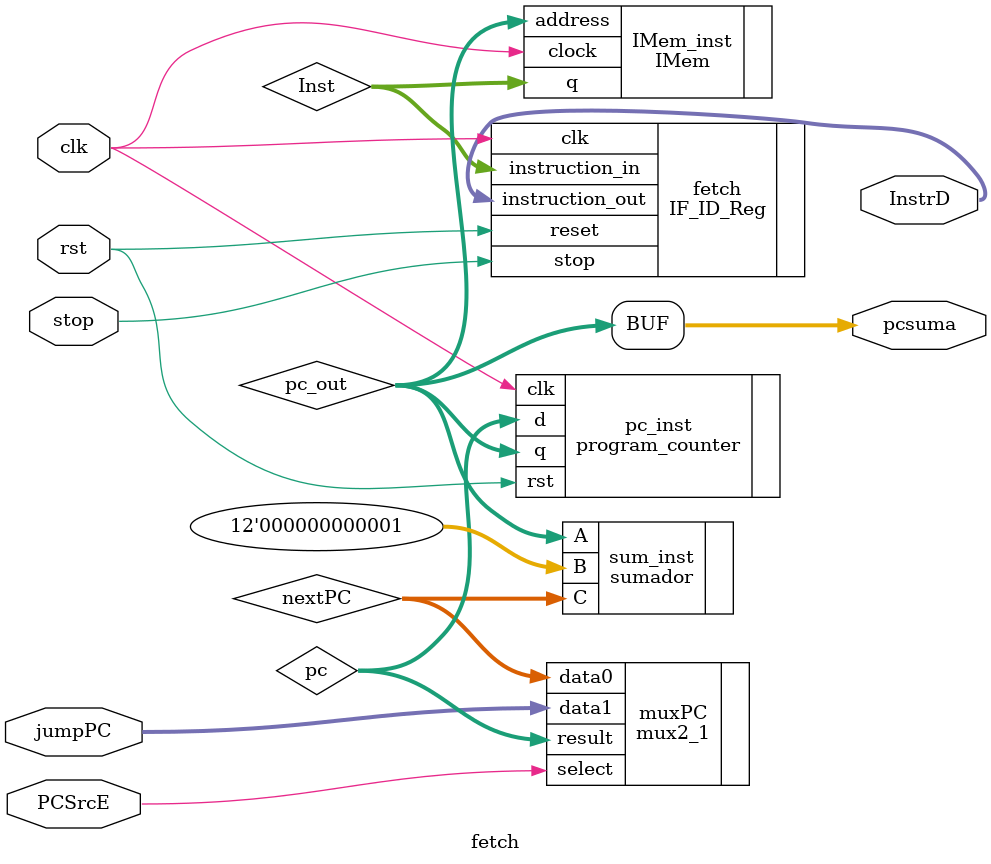
<source format=sv>
module fetch(

			input logic clk, rst, PCSrcE, stop,
			input logic [11:0] jumpPC,
			output logic [11:0] InstrD, pcsuma
	);
			
	logic [11:0] pc, pc_out, Inst, PCD, nextPC;
	
	// mux PC
	mux2_1 muxPC(.data0(nextPC),
                .data1(jumpPC),
                .select(PCSrcE),
                .result(pc)
                );
					 
	// registro PC
	program_counter pc_inst(.clk(clk), .rst(rst), .d(pc), .q(pc_out));
	
	// sumar pc+2
	sumador sum_inst(.A(pc_out), .B(12'h1), .C(nextPC));		/// cambiar el valor de la suma si es necesario

	// instancia de memoria de instrucciones
	IMem IMem_inst(.address(pc_out), .clock(clk), .q(Inst));
	
	IF_ID_Reg fetch(.clk(clk), 
						.reset(rst), 
						.stop(stop),
						.instruction_in(Inst), 
						.instruction_out(InstrD));
	assign pcsuma = pc_out;
	
endmodule 
</source>
